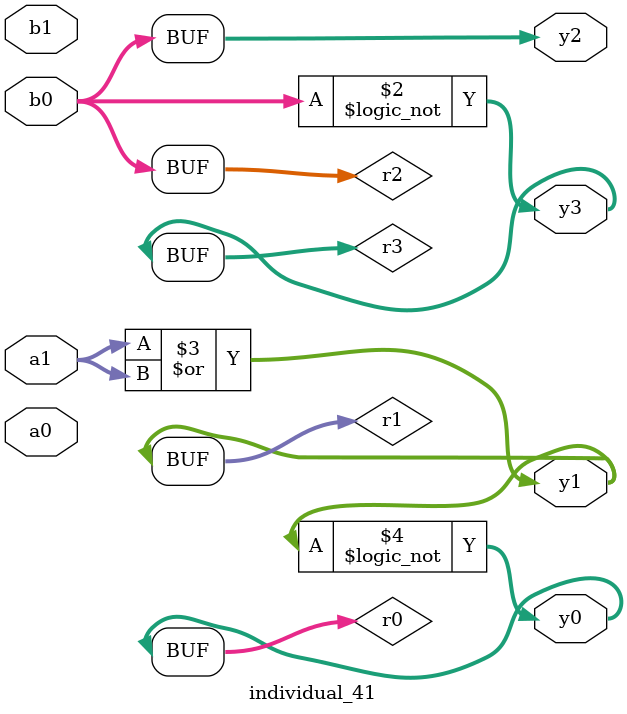
<source format=sv>
module individual_41(input logic [15:0] a1, input logic [15:0] a0, input logic [15:0] b1, input logic [15:0] b0, output logic [15:0] y3, output logic [15:0] y2, output logic [15:0] y1, output logic [15:0] y0);
logic [15:0] r0, r1, r2, r3; 
 always@(*) begin 
	 r0 = a0; r1 = a1; r2 = b0; r3 = b1; 
 	 r3 = ! b0 ;
 	 r1  |=  r1 ;
 	 r0 = ! r1 ;
 	 y3 = r3; y2 = r2; y1 = r1; y0 = r0; 
end
endmodule
</source>
